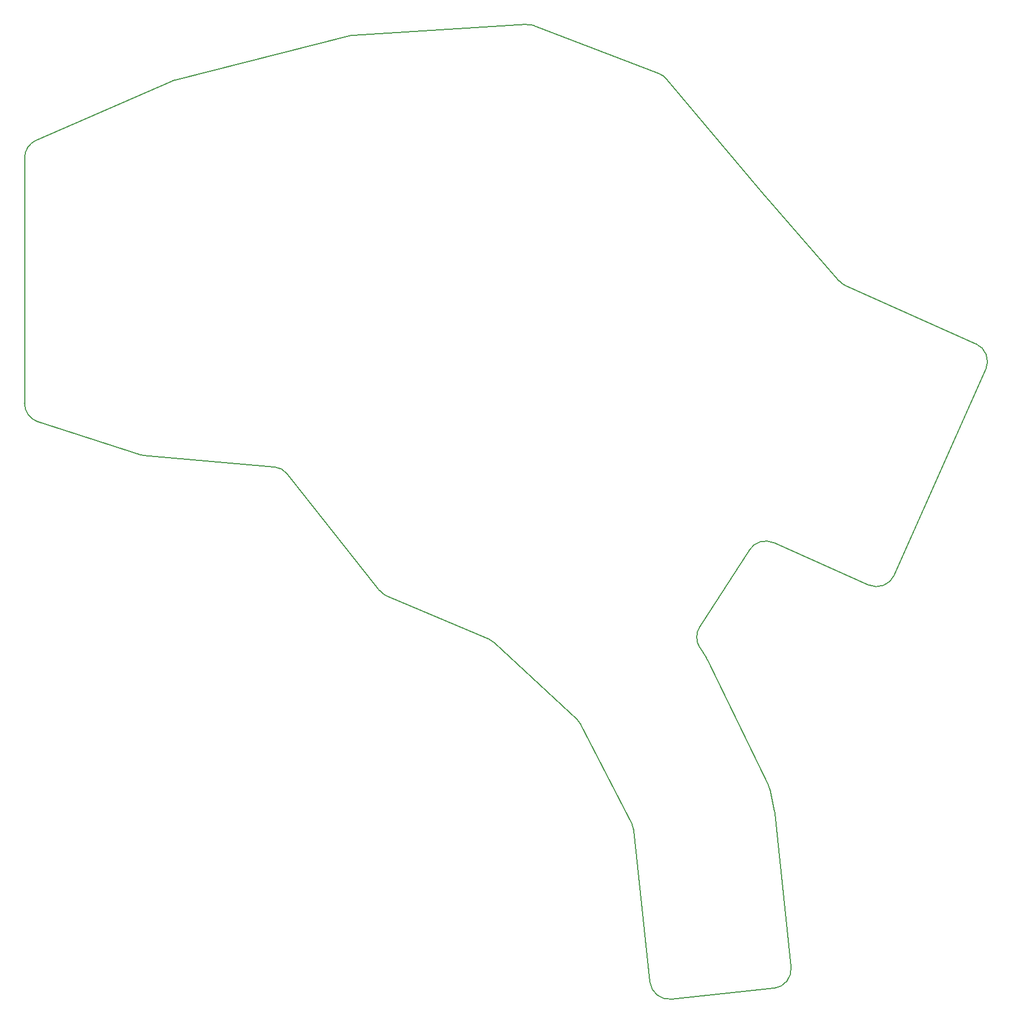
<source format=gbr>
%TF.GenerationSoftware,KiCad,Pcbnew,8.0.4*%
%TF.CreationDate,2024-09-06T09:16:38-06:00*%
%TF.ProjectId,swallowtail_split_rev2,7377616c-6c6f-4777-9461-696c5f73706c,v1.0.0*%
%TF.SameCoordinates,Original*%
%TF.FileFunction,Profile,NP*%
%FSLAX46Y46*%
G04 Gerber Fmt 4.6, Leading zero omitted, Abs format (unit mm)*
G04 Created by KiCad (PCBNEW 8.0.4) date 2024-09-06 09:16:38*
%MOMM*%
%LPD*%
G01*
G04 APERTURE LIST*
%TA.AperFunction,Profile*%
%ADD10C,0.150000*%
%TD*%
G04 APERTURE END LIST*
D10*
X161272414Y-129522849D02*
X173873885Y-141217757D01*
X144777464Y-122371265D02*
G75*
G02*
X143590833Y-121468973I1165536J2764265D01*
G01*
X186428342Y-42177327D02*
G75*
G02*
X187648566Y-43046376I-1075142J-2800773D01*
G01*
X173873885Y-141217758D02*
G75*
G02*
X174502888Y-142048350I-2040785J-2198942D01*
G01*
X182644294Y-158375330D02*
X185073565Y-181488294D01*
X200356730Y-115263561D02*
G75*
G02*
X204095523Y-114152888I2518570J-1629939D01*
G01*
X127381823Y-102507236D02*
G75*
G02*
X129472591Y-103633797I-261423J-2988564D01*
G01*
X138925395Y-36410100D02*
G75*
G02*
X139478182Y-36323809I737105J-2908200D01*
G01*
X89100000Y-55166004D02*
X89100000Y-92766788D01*
X111758095Y-43336900D02*
X90902622Y-52415316D01*
X192734368Y-130246706D02*
G75*
G02*
X192752019Y-127014490I2536232J1602306D01*
G01*
X222612492Y-119113217D02*
X236644906Y-87595899D01*
X215171930Y-74751606D02*
G75*
G02*
X214135390Y-73987560I1220270J2740606D01*
G01*
X186428342Y-42177327D02*
X167407116Y-34875762D01*
X192752049Y-127014510D02*
X200356731Y-115263561D01*
X204095541Y-114152848D02*
X218651646Y-120633643D01*
X193767398Y-131881919D02*
X192734368Y-130246706D01*
X206754142Y-179209572D02*
G75*
G02*
X204084165Y-182506749I-2983542J-313628D01*
G01*
X166147697Y-34682171D02*
G75*
G02*
X167407114Y-34875767I184303J-2994329D01*
G01*
X138925395Y-36410099D02*
X112218371Y-43179551D01*
X91177410Y-95621403D02*
X106629965Y-100615555D01*
X206754142Y-179209573D02*
X204283573Y-155703685D01*
X174502895Y-142048347D02*
X182330487Y-157320563D01*
X160397259Y-128957484D02*
G75*
G02*
X161272422Y-129522840I-1165559J-2764316D01*
G01*
X188370716Y-184158273D02*
G75*
G02*
X185073525Y-181488298I-313616J2983573D01*
G01*
X235124479Y-83635052D02*
G75*
G02*
X236644934Y-87595911I-1220179J-2740648D01*
G01*
X235124479Y-83635052D02*
X215171930Y-74751605D01*
X203253630Y-151290481D02*
G75*
G02*
X203488580Y-151967411I-2696430J-1315119D01*
G01*
X111758095Y-43336900D02*
G75*
G02*
X112218369Y-43179543I1197405J-2750600D01*
G01*
X188370716Y-184158274D02*
X204084162Y-182506724D01*
X202723601Y-60958331D02*
G75*
G02*
X202685039Y-60913417I2255399J1975431D01*
G01*
X203253630Y-151290481D02*
X193927499Y-132169078D01*
X202685039Y-60913417D02*
X187648571Y-43046372D01*
X129472573Y-103633811D02*
X143590841Y-121468967D01*
X204231342Y-155379086D02*
X203488582Y-151967410D01*
X193767398Y-131881919D02*
G75*
G02*
X193927498Y-132169079I-2536498J-1602381D01*
G01*
X91177410Y-95621403D02*
G75*
G02*
X89100012Y-92766788I922590J2854603D01*
G01*
X89100000Y-55166004D02*
G75*
G02*
X90902620Y-52415312I3000000J4D01*
G01*
X214135369Y-73987579D02*
X202723601Y-60958331D01*
X182330487Y-157320563D02*
G75*
G02*
X182644286Y-158375331I-2669787J-1368337D01*
G01*
X107291088Y-100749524D02*
G75*
G02*
X106629962Y-100615564I261412J2988524D01*
G01*
X166147697Y-34682171D02*
X139478182Y-36323804D01*
X222612491Y-119113216D02*
G75*
G02*
X218651672Y-120633585I-2740591J1220216D01*
G01*
X144777464Y-122371265D02*
X160397260Y-128957485D01*
X107291088Y-100749524D02*
X127381823Y-102507236D01*
X204231342Y-155379087D02*
G75*
G02*
X204283571Y-155703685I-2931042J-638113D01*
G01*
M02*

</source>
